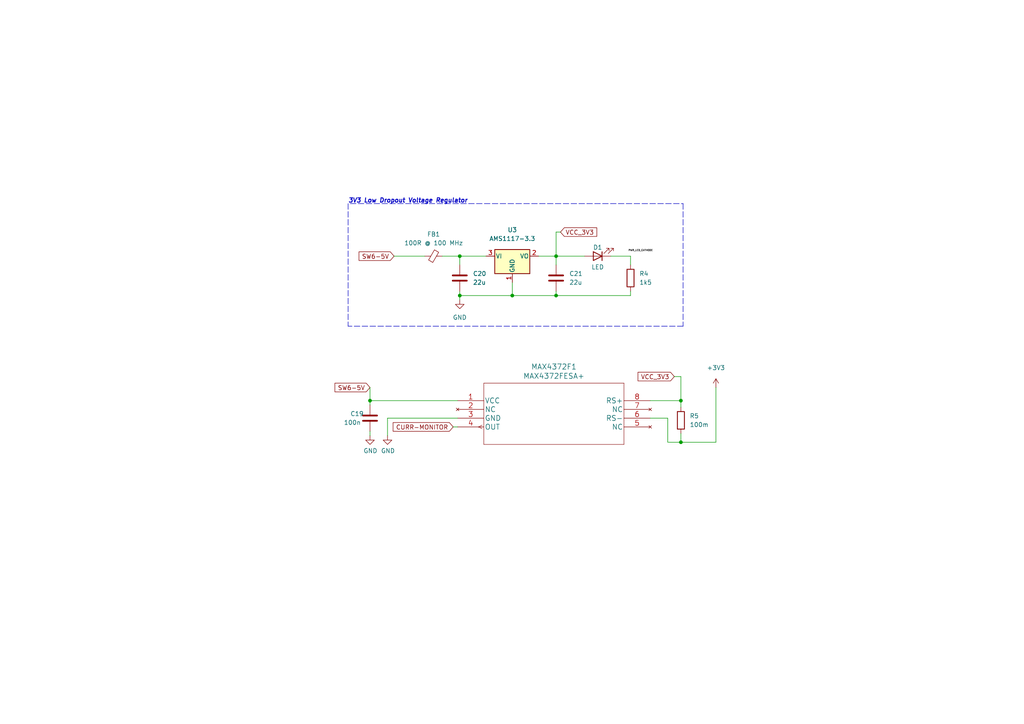
<source format=kicad_sch>
(kicad_sch (version 20211123) (generator eeschema)
  (paper "A4")
  (lib_symbols
    (symbol "Device:C" (pin_numbers hide) (pin_names (offset 0.254))
      (property "Reference" "C" (at 0.635 2.54 0))
      (property "Value" "C" (at 0.635 -2.54 0))
      (symbol "C_0_1"
        (polyline (pts (xy -2.032 -0.762) (xy 2.032 -0.762)) (stroke (width 0.508)))
        (polyline (pts (xy -2.032 0.762) (xy 2.032 0.762)) (stroke (width 0.508)))
      )
      (symbol "C_1_1"
        (pin passive line (at 0 3.81 270) (length 2.794) (name "~") (number "1"))
        (pin passive line (at 0 -3.81 90) (length 2.794) (name "~") (number "2"))
      )
    )
    (symbol "Device:FerriteBead_Small" (pin_numbers hide) (pin_names (offset 0))
      (property "Reference" "FB" (at 1.905 1.27 0))
      (property "Value" "FerriteBead_Small" (at 1.905 -1.27 0))
      (symbol "FerriteBead_Small_0_1"
        (polyline (pts (xy 0 -1.27) (xy 0 -0.7874)))
        (polyline (pts (xy 0 0.889) (xy 0 1.2954)))
        (polyline (pts (xy -1.8288 0.2794) (xy -1.1176 1.4986) (xy 1.8288 -0.2032) (xy 1.1176 -1.4224) (xy -1.8288 0.2794)))
      )
      (symbol "FerriteBead_Small_1_1"
        (pin passive line (at 0 2.54 270) (length 1.27) (name "~") (number "1"))
        (pin passive line (at 0 -2.54 90) (length 1.27) (name "~") (number "2"))
      )
    )
    (symbol "Device:LED" (pin_numbers hide) (pin_names (offset 1.016) hide)
      (property "Reference" "D" (at 0 2.54 0))
      (property "Value" "LED" (at 0 -2.54 0))
      (symbol "LED_0_1"
        (polyline (pts (xy -1.27 -1.27) (xy -1.27 1.27)) (stroke (width 0.254)))
        (polyline (pts (xy -1.27 0) (xy 1.27 0)))
        (polyline (pts (xy 1.27 -1.27) (xy 1.27 1.27) (xy -1.27 0) (xy 1.27 -1.27)) (stroke (width 0.254)))
        (polyline (pts (xy -3.048 -0.762) (xy -4.572 -2.286) (xy -3.81 -2.286) (xy -4.572 -2.286) (xy -4.572 -1.524)))
        (polyline (pts (xy -1.778 -0.762) (xy -3.302 -2.286) (xy -2.54 -2.286) (xy -3.302 -2.286) (xy -3.302 -1.524)))
      )
      (symbol "LED_1_1"
        (pin passive line (at -3.81 0 0) (length 2.54) (name "K") (number "1"))
        (pin passive line (at 3.81 0 180) (length 2.54) (name "A") (number "2"))
      )
    )
    (symbol "Device:R" (pin_numbers hide) (pin_names (offset 0))
      (property "Reference" "R" (at 2.032 0 90))
      (property "Value" "R" (at 0 0 90))
      (symbol "R_0_1"
        (rectangle (start -1.016 -2.54) (end 1.016 2.54) (stroke (width 0.254)))
      )
      (symbol "R_1_1"
        (pin passive line (at 0 3.81 270) (length 1.27) (name "~") (number "1"))
        (pin passive line (at 0 -3.81 90) (length 1.27) (name "~") (number "2"))
      )
    )
    (symbol "Regulator_Linear:AMS1117-3.3" (pin_names (offset 0.254))
      (property "Reference" "U" (at -3.81 3.175 0))
      (property "Value" "AMS1117-3.3" (at 0 3.175 0))
      (symbol "AMS1117-3.3_0_1"
        (rectangle (start -5.08 -5.08) (end 5.08 1.905) (stroke (width 0.254)) (fill (type background)))
      )
      (symbol "AMS1117-3.3_1_1"
        (pin power_in line (at 0 -7.62 90) (length 2.54) (name "GND") (number "1"))
        (pin power_out line (at 7.62 0 180) (length 2.54) (name "VO") (number "2"))
        (pin power_in line (at -7.62 0 0) (length 2.54) (name "VI") (number "3"))
      )
    )
    (symbol "STM32_Breakout-rescue:MAX4372FESA+-MAX4372FESA+" (pin_names (offset 0.254))
      (property "Reference" "U" (at 27.94 10.16 0))
      (property "Value" "MAX4372FESA+-MAX4372FESA+" (at 27.94 7.62 0))
      (symbol "MAX4372FESA+-MAX4372FESA+_1_1"
        (polyline (pts (xy 7.112 -8.128) (xy 6.0452 -7.62)) (stroke (width 0.127)))
        (polyline (pts (xy 7.112 -7.112) (xy 6.0452 -7.62)) (stroke (width 0.127)))
        (polyline (pts (xy 7.62 -12.7) (xy 48.26 -12.7)) (stroke (width 0.127)))
        (polyline (pts (xy 7.62 5.08) (xy 7.62 -12.7)) (stroke (width 0.127)))
        (polyline (pts (xy 48.26 -12.7) (xy 48.26 5.08)) (stroke (width 0.127)))
        (polyline (pts (xy 48.26 5.08) (xy 7.62 5.08)) (stroke (width 0.127)))
        (pin power_in line (at 0 0 0) (length 7.62) (name "VCC") (number "1"))
        (pin no_connect line (at 0 -2.54 0) (length 7.62) (name "NC") (number "2"))
        (pin power_in line (at 0 -5.08 0) (length 7.62) (name "GND") (number "3"))
        (pin output line (at 0 -7.62 0) (length 7.62) (name "OUT") (number "4"))
        (pin no_connect line (at 55.88 -7.62 180) (length 7.62) (name "NC") (number "5"))
        (pin unspecified line (at 55.88 -5.08 180) (length 7.62) (name "RS-") (number "6"))
        (pin no_connect line (at 55.88 -2.54 180) (length 7.62) (name "NC") (number "7"))
        (pin unspecified line (at 55.88 0 180) (length 7.62) (name "RS+") (number "8"))
      )
    )
    (symbol "power:+3V3" (power) (pin_names (offset 0))
      (property "Value" "+3V3" (at 0 3.556 0))
      (symbol "+3V3_0_1"
        (polyline (pts (xy -0.762 1.27) (xy 0 2.54)))
        (polyline (pts (xy 0 0) (xy 0 2.54)))
        (polyline (pts (xy 0 2.54) (xy 0.762 1.27)))
      )
      (symbol "+3V3_1_1"
        (pin power_in line (at 0 0 90) (length 0) hide (name "+3V3") (number "1"))
      )
    )
    (symbol "power:GND" (power) (pin_names (offset 0))
      (property "Value" "GND" (at 0 -3.81 0))
      (symbol "GND_0_1"
        (polyline (pts (xy 0 0) (xy 0 -1.27) (xy 1.27 -1.27) (xy 0 -2.54) (xy -1.27 -1.27) (xy 0 -1.27)))
      )
      (symbol "GND_1_1"
        (pin power_in line (at 0 0 270) (length 0) hide (name "GND") (number "1"))
      )
    )
  )
  (junction (at 161.29 74.295))
  (junction (at 107.315 116.205))
  (junction (at 133.35 85.725))
  (junction (at 148.59 85.725))
  (junction (at 197.485 116.205))
  (junction (at 133.35 74.295))
  (junction (at 197.485 128.27))
  (junction (at 161.29 85.725))
  (wire (pts (xy 148.59 81.915) (xy 148.59 85.725)))
  (polyline (pts (xy 100.965 59.055) (xy 100.965 94.615)))
  (polyline (pts (xy 198.12 94.615) (xy 100.965 94.615)))
  (wire (pts (xy 161.29 67.31) (xy 161.29 74.295)))
  (wire (pts (xy 188.595 121.285) (xy 193.675 121.285)))
  (wire (pts (xy 177.165 74.295) (xy 182.88 74.295)))
  (wire (pts (xy 112.395 126.365) (xy 112.395 121.285)))
  (wire (pts (xy 161.29 76.835) (xy 161.29 74.295)))
  (wire (pts (xy 133.35 74.295) (xy 133.35 76.835)))
  (wire (pts (xy 182.88 84.455) (xy 182.88 85.725)))
  (wire (pts (xy 107.315 112.395) (xy 107.315 116.205)))
  (wire (pts (xy 107.315 116.205) (xy 107.315 117.475)))
  (wire (pts (xy 162.56 67.31) (xy 161.29 67.31)))
  (wire (pts (xy 140.97 74.295) (xy 133.35 74.295)))
  (wire (pts (xy 207.645 112.395) (xy 207.645 128.27)))
  (wire (pts (xy 161.29 74.295) (xy 169.545 74.295)))
  (wire (pts (xy 133.35 85.725) (xy 148.59 85.725)))
  (wire (pts (xy 182.88 85.725) (xy 161.29 85.725)))
  (wire (pts (xy 131.445 123.825) (xy 132.715 123.825)))
  (wire (pts (xy 207.645 128.27) (xy 197.485 128.27)))
  (wire (pts (xy 112.395 121.285) (xy 132.715 121.285)))
  (wire (pts (xy 133.35 84.455) (xy 133.35 85.725)))
  (wire (pts (xy 114.3 74.295) (xy 123.19 74.295)))
  (polyline (pts (xy 101.6 59.055) (xy 198.12 59.055)))
  (wire (pts (xy 161.29 74.295) (xy 156.21 74.295)))
  (wire (pts (xy 107.315 116.205) (xy 132.715 116.205)))
  (wire (pts (xy 133.35 85.725) (xy 133.35 86.995)))
  (wire (pts (xy 193.675 121.285) (xy 193.675 128.27)))
  (wire (pts (xy 197.485 128.27) (xy 197.485 125.73)))
  (wire (pts (xy 193.675 128.27) (xy 197.485 128.27)))
  (wire (pts (xy 197.485 116.205) (xy 197.485 118.11)))
  (wire (pts (xy 197.485 109.22) (xy 197.485 116.205)))
  (wire (pts (xy 182.88 74.295) (xy 182.88 76.835)))
  (polyline (pts (xy 198.12 59.055) (xy 198.12 94.615)))
  (wire (pts (xy 128.27 74.295) (xy 133.35 74.295)))
  (wire (pts (xy 188.595 116.205) (xy 197.485 116.205)))
  (wire (pts (xy 148.59 85.725) (xy 161.29 85.725)))
  (wire (pts (xy 195.58 109.22) (xy 197.485 109.22)))
  (wire (pts (xy 107.315 125.095) (xy 107.315 126.365)))
  (wire (pts (xy 161.29 85.725) (xy 161.29 84.455)))
  (text "3V3 Low Dropout Voltage Regulator" (at 100.965 59.055 0) (effects (font (size 1.27 1.27) bold italic) (justify left bottom)))
  (label "PWR_LED_CATHODE" (at 182.245 73.025 0) (effects (font (size 0.5 0.5) bold)))
  (global_label "CURR-MONITOR" (shape input) (at 131.445 123.825 180) (property "Intersheet References" "${INTERSHEET_REFS}" (effects hide)))
  (global_label "VCC_3V3" (shape input) (at 162.56 67.31 0) (property "Intersheet References" "${INTERSHEET_REFS}" (effects hide)))
  (global_label "VCC_3V3" (shape input) (at 195.58 109.22 180) (property "Intersheet References" "${INTERSHEET_REFS}" (effects hide)))
  (global_label "SW6-5V" (shape input) (at 114.3 74.295 180) (property "Intersheet References" "${INTERSHEET_REFS}" (effects hide)))
  (global_label "SW6-5V" (shape input) (at 107.315 112.395 180) (property "Intersheet References" "${INTERSHEET_REFS}" (effects hide)))
  (symbol (lib_id "Device:R") (at 197.485 121.92 0) (unit 1)
    (property "Reference" "R5" (at 200.025 120.6499 0) (effects (justify left)))
    (property "Value" "100m" (at 200.025 123.1899 0) (effects (justify left)))
    (property "Footprint" "Resistor_SMD:R_0402_1005Metric" (effects hide))
  )
  (symbol (lib_id "power:GND") (at 133.35 86.995 0) (unit 1)
    (property "Reference" "#PWR044" (effects hide))
    (property "Value" "GND" (at 133.35 92.075 0))
  )
  (symbol (lib_id "Device:FerriteBead_Small") (at 125.73 74.295 270) (unit 1)
    (property "Reference" "FB1" (at 125.7681 67.945 90))
    (property "Value" "100R @ 100 MHz" (at 125.7681 70.485 90))
    (property "Footprint" "Inductor_SMD:L_0603_1608Metric" (effects hide))
  )
  (symbol (lib_id "Device:R") (at 182.88 80.645 180) (unit 1)
    (property "Reference" "R4" (at 185.42 79.3749 0) (effects (justify right)))
    (property "Value" "1k5" (at 185.42 81.9149 0) (effects (justify right)))
    (property "Footprint" "Resistor_SMD:R_0603_1608Metric" (effects hide))
  )
  (symbol (lib_id "STM32_Breakout-rescue:MAX4372FESA+-MAX4372FESA+") (at 132.715 116.205 0) (unit 1)
    (property "Reference" "MAX4372F1" (at 160.655 106.3752 0) (effects (font (size 1.524 1.524))))
    (property "Value" "MAX4372FESA+" (at 160.655 109.0676 0) (effects (font (size 1.524 1.524))))
    (property "Footprint" "STM32_Breakout:SOIC127P600X175-8N" (effects hide))
  )
  (symbol (lib_id "power:GND") (at 112.395 126.365 0) (unit 1)
    (property "Reference" "#PWR043" (effects hide))
    (property "Value" "GND" (at 112.522 130.7592 0))
  )
  (symbol (lib_id "Device:C") (at 133.35 80.645 0) (unit 1)
    (property "Reference" "C20" (at 137.16 79.3749 0) (effects (justify left)))
    (property "Value" "22u" (at 137.16 81.9149 0) (effects (justify left)))
    (property "Footprint" "Capacitor_SMD:C_0603_1608Metric" (effects hide))
  )
  (symbol (lib_id "Device:C") (at 107.315 121.285 0) (unit 1)
    (property "Reference" "C19" (at 101.6 120.015 0) (effects (justify left)))
    (property "Value" "100n" (at 99.695 122.555 0) (effects (justify left)))
    (property "Footprint" "Capacitor_SMD:C_0603_1608Metric" (effects hide))
  )
  (symbol (lib_id "Device:LED") (at 173.355 74.295 180) (unit 1)
    (property "Reference" "D1" (at 173.355 71.755 0))
    (property "Value" "LED" (at 173.355 77.47 0))
    (property "Footprint" "LED_SMD:LED_0603_1608Metric" (effects hide))
  )
  (symbol (lib_id "Device:C") (at 161.29 80.645 0) (unit 1)
    (property "Reference" "C21" (at 165.1 79.3749 0) (effects (justify left)))
    (property "Value" "22u" (at 165.1 81.9149 0) (effects (justify left)))
    (property "Footprint" "Capacitor_SMD:C_0603_1608Metric" (effects hide))
  )
  (symbol (lib_id "Regulator_Linear:AMS1117-3.3") (at 148.59 74.295 0) (unit 1)
    (property "Reference" "U3" (at 148.59 66.675 0))
    (property "Value" "AMS1117-3.3" (at 148.59 69.215 0))
    (property "Footprint" "Package_TO_SOT_SMD:SOT-223-3_TabPin2" (effects hide))
    (property "Datasheet" "http://www.advanced-monolithic.com/pdf/ds1117.pdf" (effects hide))
  )
  (symbol (lib_id "power:+3V3") (at 207.645 112.395 0) (unit 1)
    (property "Reference" "#PWR045" (effects hide))
    (property "Value" "+3V3" (at 207.645 106.68 0))
  )
  (symbol (lib_id "power:GND") (at 107.315 126.365 0) (unit 1)
    (property "Reference" "#PWR042" (effects hide))
    (property "Value" "GND" (at 107.442 130.7592 0))
  )
)
</source>
